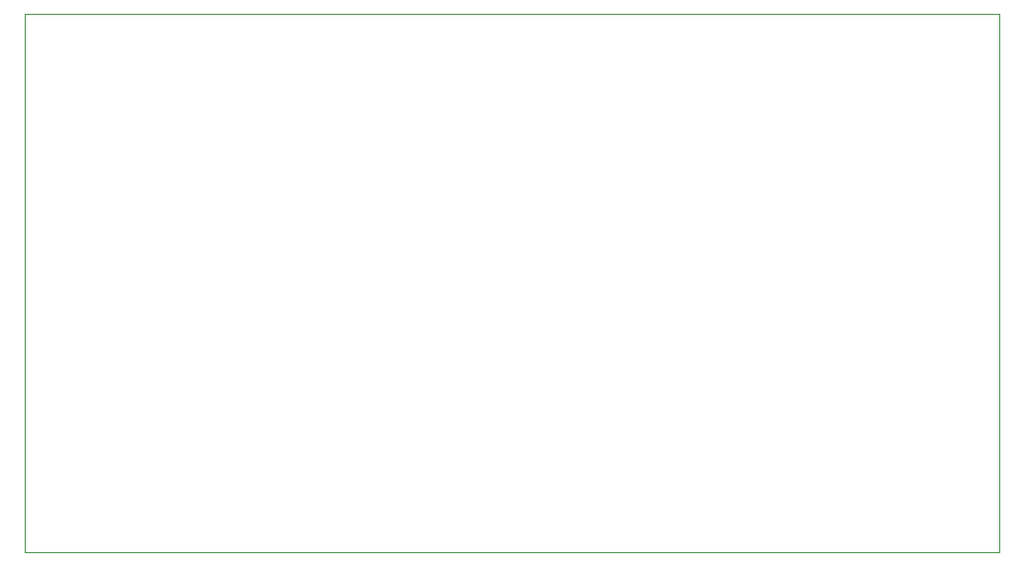
<source format=gbr>
%TF.GenerationSoftware,KiCad,Pcbnew,7.0.9*%
%TF.CreationDate,2024-04-29T07:26:28+03:00*%
%TF.ProjectId,Pistol_Camera_Driver,50697374-6f6c-45f4-9361-6d6572615f44,rev?*%
%TF.SameCoordinates,Original*%
%TF.FileFunction,Profile,NP*%
%FSLAX46Y46*%
G04 Gerber Fmt 4.6, Leading zero omitted, Abs format (unit mm)*
G04 Created by KiCad (PCBNEW 7.0.9) date 2024-04-29 07:26:28*
%MOMM*%
%LPD*%
G01*
G04 APERTURE LIST*
%TA.AperFunction,Profile*%
%ADD10C,0.100000*%
%TD*%
G04 APERTURE END LIST*
D10*
X37250000Y-31600000D02*
X120600000Y-31600000D01*
X120600000Y-77700000D01*
X37250000Y-77700000D01*
X37250000Y-31600000D01*
M02*

</source>
